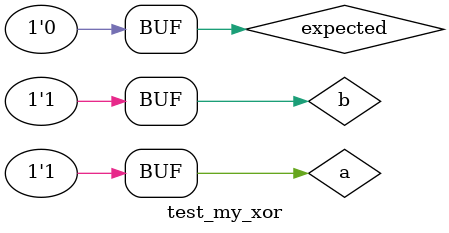
<source format=v>
module test_my_xor();
   reg a;
   reg b;
   reg expected;
   
   wire c;

   my_xor u1(c, a, b);

   initial 
     begin
	a = 0;
	b = 0;
	expected = 0;

	#1 a = 0;
	b = 1;
	expected = 1;
	
	#1 a = 1;
	b = 0;
	expected = 1;
	
	#1 a = 1;
	b = 1;
	expected = 0;
     end

   initial
     $monitor("my_xor %d %b %b (%b %b)", $time, a, b, c, expected);
   
endmodule

</source>
